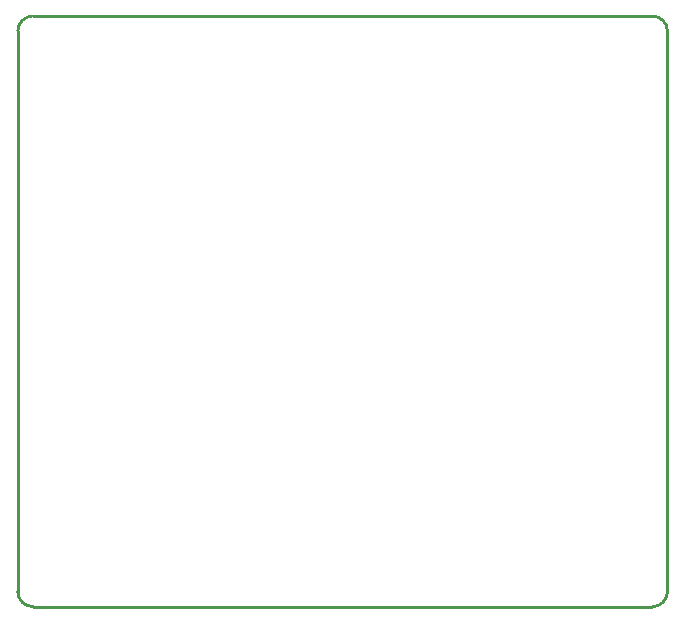
<source format=gko>
G04*
G04 #@! TF.GenerationSoftware,Altium Limited,Altium Designer,25.2.1 (25)*
G04*
G04 Layer_Color=16711935*
%FSLAX44Y44*%
%MOMM*%
G71*
G04*
G04 #@! TF.SameCoordinates,F4E26A61-E02E-48EF-B3E5-39454B4B8AAE*
G04*
G04*
G04 #@! TF.FilePolarity,Positive*
G04*
G01*
G75*
%ADD35C,0.2540*%
D35*
X1162300Y600000D02*
G03*
X1175000Y612700I0J12700D01*
G01*
X625000D02*
G03*
X637700Y600000I12700J0D01*
G01*
Y1100000D02*
G03*
X625000Y1087300I0J-12700D01*
G01*
X1175000D02*
G03*
X1162300Y1100000I-12700J0D01*
G01*
X1175000Y612700D02*
Y950000D01*
X637700Y600000D02*
X1162300D01*
X625000Y612700D02*
Y1087300D01*
X637700Y1100000D02*
X1162300D01*
X1175000Y950000D02*
Y1087300D01*
M02*

</source>
